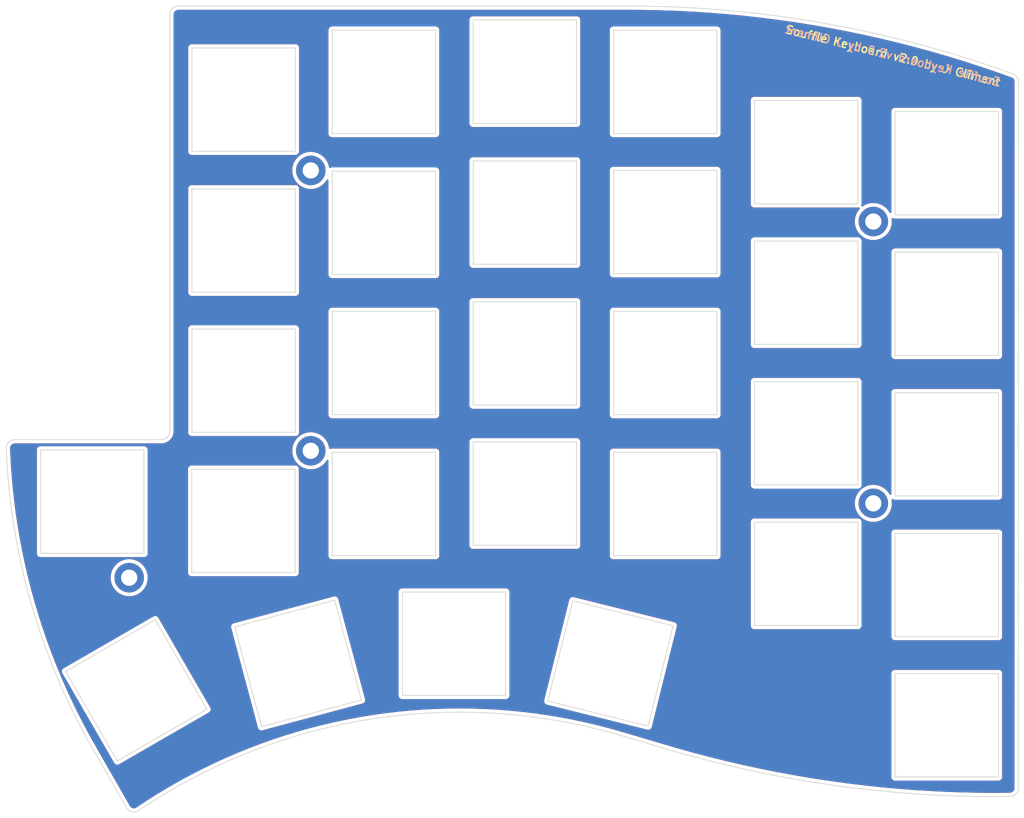
<source format=kicad_pcb>
(kicad_pcb (version 20211014) (generator pcbnew)
  (layers (0 "F.Cu" signal) (31 "B.Cu" signal) (34 "B.Paste" user) (35 "F.Paste" user) (36 "B.SilkS" user "B.Silkscreen") (37 "F.SilkS" user "F.Silkscreen") (38 "B.Mask" user) (39 "F.Mask" user) (44 "Edge.Cuts" user))
  (net 0 "")
  (footprint "SofleKeyboard-footprint:M2_HOLE_PCB" (layer "F.Cu") (at 90.634 110.273139)
    (fp_text reference "TH2" hide)
    (fp_text value "HOLE" hide)
    (pad "" thru_hole circle locked (at 0 0) (size 4 4) (drill 2.2) (layers *.Cu *.Mask "Dwgs.User"))
  )
  (footprint "SofleKeyboard-footprint:M2_HOLE_PCB" (layer "F.Cu") (at 191.434 61.998139)
    (fp_text reference "TH2" hide)
    (fp_text value "HOLE" hide)
    (pad "" thru_hole circle locked (at 0 0) (size 4 4) (drill 2.2) (layers *.Cu *.Mask "Dwgs.User"))
  )
  (footprint "SofleKeyboard-footprint:M2_HOLE_PCB" (layer "F.Cu") (at 191.434 100.198139)
    (fp_text reference "TH2" hide)
    (fp_text value "HOLE" hide)
    (pad "" thru_hole circle locked (at 0 0) (size 4 4) (drill 2.2) (layers *.Cu *.Mask "Dwgs.User"))
  )
  (footprint "SofleKeyboard-footprint:M2_HOLE_PCB" (layer "F.Cu") (at 115.234 93.073139)
    (fp_text reference "TH2" hide)
    (fp_text value "HOLE" hide)
    (pad "" thru_hole circle locked (at 0 0) (size 4 4) (drill 2.2) (layers *.Cu *.Mask "Dwgs.User"))
  )
  (footprint "SofleKeyboard-footprint:M2_HOLE_PCB" (layer "F.Cu") (at 115.234 55.073139)
    (fp_text reference "TH2" hide)
    (fp_text value "HOLE" hide)
    (pad "" thru_hole circle locked (at 0 0) (size 4 4) (drill 2.2) (layers *.Cu *.Mask "Dwgs.User"))
  )
  (gr_line (start 90.40507 141.641469) (end 90.283386 141.469069) (layer "Edge.Cuts") (width 0.1))
  (gr_line (start 150.73252 113.407615) (end 164.31666 116.794521) (layer "Edge.Cuts") (width 0.1))
  (gr_line (start 189.334 102.748139) (end 189.334 116.748139) (layer "Edge.Cuts") (width 0.1))
  (gr_line (start 210.019191 139.917143) (end 209.7636 139.935639) (layer "Edge.Cuts") (width 0.1))
  (gr_line (start 210.437331 139.801743) (end 210.236601 139.878543) (layer "Edge.Cuts") (width 0.1))
  (gr_line (start 104.940786 116.943392) (end 118.463747 113.319925) (layer "Edge.Cuts") (width 0.1))
  (gr_line (start 210.917881 42.466614) (end 211.004281 42.647479) (layer "Edge.Cuts") (width 0.1))
  (gr_line (start 137.234 48.683139) (end 137.234 34.683139) (layer "Edge.Cuts") (width 0.1))
  (gr_line (start 91.506976 142.022919) (end 91.302308 142.045119) (layer "Edge.Cuts") (width 0.1))
  (gr_line (start 122.087214 126.842886) (end 108.564253 130.466353) (layer "Edge.Cuts") (width 0.1))
  (gr_line (start 137.234 53.783139) (end 151.234 53.783139) (layer "Edge.Cuts") (width 0.1))
  (gr_line (start 95.938924 91.059267) (end 95.798255 91.229763) (layer "Edge.Cuts") (width 0.1))
  (gr_line (start 156.234 107.273139) (end 156.234 93.273139) (layer "Edge.Cuts") (width 0.1))
  (gr_line (start 211.004281 42.647479) (end 211.058381 42.843378) (layer "Edge.Cuts") (width 0.1))
  (gr_line (start 175.334 45.598139) (end 189.334 45.598139) (layer "Edge.Cuts") (width 0.1))
  (gr_line (start 113.113344 95.567373) (end 113.113344 109.567373) (layer "Edge.Cuts") (width 0.1))
  (gr_line (start 127.634 126.223139) (end 127.634 112.223139) (layer "Edge.Cuts") (width 0.1))
  (gr_line (start 99.113344 95.567373) (end 113.113344 95.567373) (layer "Edge.Cuts") (width 0.1))
  (gr_line (start 211.0717 138.779939) (end 211.057881 138.988205) (layer "Edge.Cuts") (width 0.1))
  (gr_line (start 175.334 102.748139) (end 189.334 102.748139) (layer "Edge.Cuts") (width 0.1))
  (gr_line (start 175.334 116.748139) (end 175.334 102.748139) (layer "Edge.Cuts") (width 0.1))
  (gr_line (start 175.334 64.648139) (end 189.334 64.648139) (layer "Edge.Cuts") (width 0.1))
  (gr_line (start 194.384 66.148139) (end 208.384 66.148139) (layer "Edge.Cuts") (width 0.1))
  (gr_line (start 170.234 88.173139) (end 156.234 88.173139) (layer "Edge.Cuts") (width 0.1))
  (gr_line (start 194.384 85.198139) (end 208.384 85.198139) (layer "Edge.Cuts") (width 0.1))
  (gr_line (start 210.997481 139.194474) (end 210.901481 139.383074) (layer "Edge.Cuts") (width 0.1))
  (gr_line (start 151.234 105.873139) (end 137.234 105.873139) (layer "Edge.Cuts") (width 0.1))
  (gr_line (start 90.283386 141.469069) (end 85.872 133.769139) (layer "Edge.Cuts") (width 0.1))
  (gr_line (start 113.113344 109.567373) (end 99.113344 109.567373) (layer "Edge.Cuts") (width 0.1))
  (gr_line (start 189.334 116.748139) (end 175.334 116.748139) (layer "Edge.Cuts") (width 0.1))
  (gr_line (start 170.234 69.073139) (end 156.234 69.073139) (layer "Edge.Cuts") (width 0.1))
  (gr_line (start 208.384 99.198139) (end 194.384 99.198139) (layer "Edge.Cuts") (width 0.1))
  (gr_line (start 210.660621 42.164407) (end 210.802321 42.304389) (layer "Edge.Cuts") (width 0.1))
  (gr_line (start 137.234 105.873139) (end 137.234 91.873139) (layer "Edge.Cuts") (width 0.1))
  (gr_line (start 74.075977 92.270718) (end 74.18219 92.075031) (layer "Edge.Cuts") (width 0.1))
  (gr_line (start 151.234 91.873139) (end 151.234 105.873139) (layer "Edge.Cuts") (width 0.1))
  (gr_line (start 91.709202 141.962619) (end 91.881794 141.860999) (layer "Edge.Cuts") (width 0.1))
  (gr_line (start 160.929754 130.378661) (end 147.345614 126.991755) (layer "Edge.Cuts") (width 0.1))
  (gr_line (start 210.802321 42.304389) (end 210.917881 42.466614) (layer "Edge.Cuts") (width 0.1))
  (gr_line (start 137.234 86.873139) (end 137.234 72.873139) (layer "Edge.Cuts") (width 0.1))
  (gr_line (start 113.134 52.473139) (end 99.134 52.473139) (layer "Edge.Cuts") (width 0.1))
  (gr_line (start 113.134 57.573139) (end 113.134 71.573139) (layer "Edge.Cuts") (width 0.1))
  (gr_line (start 96.836436 32.889084) (end 97.05268 32.821954) (layer "Edge.Cuts") (width 0.1))
  (gr_line (start 90.720149 141.899419) (end 90.552207 141.785459) (layer "Edge.Cuts") (width 0.1))
  (gr_line (start 164.358 133.769139) (end 157.5 131.737139) (layer "Edge.Cuts") (width 0.1))
  (gr_line (start 75.137453 91.567109) (end 94.983661 91.567189) (layer "Edge.Cuts") (width 0.1))
  (gr_line (start 208.384 61.098139) (end 194.384 61.098139) (layer "Edge.Cuts") (width 0.1))
  (gr_line (start 94.156178 115.980961) (end 101.156178 128.105317) (layer "Edge.Cuts") (width 0.1))
  (gr_line (start 194.384 80.148139) (end 194.384 66.148139) (layer "Edge.Cuts") (width 0.1))
  (gr_line (start 99.134 90.573139) (end 99.134 76.573139) (layer "Edge.Cuts") (width 0.1))
  (gr_line (start 189.334 64.648139) (end 189.334 78.648139) (layer "Edge.Cuts") (width 0.1))
  (gr_line (start 91.302308 142.045119) (end 91.099848 142.030819) (layer "Edge.Cuts") (width 0.1))
  (gr_line (start 175.334 59.598139) (end 175.334 45.598139) (layer "Edge.Cuts") (width 0.1))
  (gr_line (start 137.234 91.873139) (end 151.234 91.873139) (layer "Edge.Cuts") (width 0.1))
  (gr_line (start 209.7636 139.935639) (end 209.535 139.935639) (layer "Edge.Cuts") (width 0.1))
  (gr_line (start 194.384 137.27154) (end 194.384 123.27154) (layer "Edge.Cuts") (width 0.1))
  (gr_line (start 132.134 74.173139) (end 132.134 88.173139) (layer "Edge.Cuts") (width 0.1))
  (gr_line (start 99.134 57.573139) (end 113.134 57.573139) (layer "Edge.Cuts") (width 0.1))
  (gr_line (start 189.334 78.648139) (end 175.334 78.648139) (layer "Edge.Cuts") (width 0.1))
  (gr_line (start 208.384 118.248139) (end 194.384 118.248139) (layer "Edge.Cuts") (width 0.1))
  (gr_line (start 170.234 93.273139) (end 170.234 107.273139) (layer "Edge.Cuts") (width 0.1))
  (gr_line (start 74.493352 91.763864) (end 74.689036 91.657649) (layer "Edge.Cuts") (width 0.1))
  (gr_line (start 210.617591 139.690824) (end 210.437331 139.801743) (layer "Edge.Cuts") (width 0.1))
  (gr_line (start 208.384 80.148139) (end 194.384 80.148139) (layer "Edge.Cuts") (width 0.1))
  (gr_line (start 113.134 71.573139) (end 99.134 71.573139) (layer "Edge.Cuts") (width 0.1))
  (gr_line (start 74.689036 91.657649) (end 74.90528 91.590519) (layer "Edge.Cuts") (width 0.1))
  (gr_line (start 96.32959 33.306466) (end 96.470259 33.13597) (layer "Edge.Cuts") (width 0.1))
  (gr_line (start 96.135657 90.415159) (end 96.112257 90.647333) (layer "Edge.Cuts") (width 0.1))
  (gr_line (start 151.234 53.783139) (end 151.234 67.783139) (layer "Edge.Cuts") (width 0.1))
  (gr_line (start 132.134 93.273139) (end 132.134 107.273139) (layer "Edge.Cuts") (width 0.1))
  (gr_line (start 156.234 69.073139) (end 156.234 55.073139) (layer "Edge.Cuts") (width 0.1))
  (gr_line (start 164.31666 116.794521) (end 160.929754 130.378661) (layer "Edge.Cuts") (width 0.1))
  (gr_arc (start 85.872 133.769139) (mid 77.405856 113.974668) (end 73.985457 92.719139) (layer "Edge.Cuts") (width 0.1))
  (gr_line (start 147.345614 126.991755) (end 150.73252 113.407615) (layer "Edge.Cuts") (width 0.1))
  (gr_line (start 92.634 106.973139) (end 78.634 106.973139) (layer "Edge.Cuts") (width 0.1))
  (gr_line (start 194.384 123.27154) (end 208.384 123.27154) (layer "Edge.Cuts") (width 0.1))
  (gr_line (start 96.135657 90.415159) (end 96.132857 33.950574) (layer "Edge.Cuts") (width 0.1))
  (gr_line (start 189.334 59.598139) (end 175.334 59.598139) (layer "Edge.Cuts") (width 0.1))
  (gr_line (start 92.634 92.973139) (end 92.634 106.973139) (layer "Edge.Cuts") (width 0.1))
  (gr_line (start 97.05268 32.821954) (end 97.284853 32.798544) (layer "Edge.Cuts") (width 0.1))
  (gr_line (start 170.234 74.173139) (end 170.234 88.173139) (layer "Edge.Cuts") (width 0.1))
  (gr_line (start 118.134 74.173139) (end 132.134 74.173139) (layer "Edge.Cuts") (width 0.1))
  (gr_line (start 210.773571 139.549894) (end 210.617591 139.690824) (layer "Edge.Cuts") (width 0.1))
  (gr_line (start 96.640752 32.995299) (end 96.836436 32.889084) (layer "Edge.Cuts") (width 0.1))
  (gr_line (start 74.90528 91.590519) (end 75.137453 91.567109) (layer "Edge.Cuts") (width 0.1))
  (gr_line (start 170.234 36.073139) (end 170.234 50.073139) (layer "Edge.Cuts") (width 0.1))
  (gr_arc (start 158.008 32.798624) (mid 184.66071 35.105324) (end 210.495871 42.050273) (layer "Edge.Cuts") (width 0.1))
  (gr_line (start 132.134 55.173139) (end 132.134 69.173139) (layer "Edge.Cuts") (width 0.1))
  (gr_line (start 132.134 88.173139) (end 118.134 88.173139) (layer "Edge.Cuts") (width 0.1))
  (gr_line (start 89.031822 135.105317) (end 82.031822 122.980961) (layer "Edge.Cuts") (width 0.1))
  (gr_line (start 170.234 50.073139) (end 156.234 50.073139) (layer "Edge.Cuts") (width 0.1))
  (gr_line (start 99.134 76.573139) (end 113.134 76.573139) (layer "Edge.Cuts") (width 0.1))
  (gr_line (start 96.132857 33.950574) (end 96.156257 33.7184) (layer "Edge.Cuts") (width 0.1))
  (gr_line (start 156.234 50.073139) (end 156.234 36.073139) (layer "Edge.Cuts") (width 0.1))
  (gr_line (start 99.134 52.473139) (end 99.134 38.473139) (layer "Edge.Cuts") (width 0.1))
  (gr_line (start 96.156257 33.7184) (end 96.223377 33.502153) (layer "Edge.Cuts") (width 0.1))
  (gr_line (start 210.236601 139.878543) (end 210.019191 139.917143) (layer "Edge.Cuts") (width 0.1))
  (gr_line (start 175.334 78.648139) (end 175.334 64.648139) (layer "Edge.Cuts") (width 0.1))
  (gr_line (start 151.234 34.683139) (end 151.234 48.683139) (layer "Edge.Cuts") (width 0.1))
  (gr_line (start 118.134 36.073139) (end 132.134 36.073139) (layer "Edge.Cuts") (width 0.1))
  (gr_line (start 208.384 47.098139) (end 208.384 61.098139) (layer "Edge.Cuts") (width 0.1))
  (gr_line (start 151.234 48.683139) (end 137.234 48.683139) (layer "Edge.Cuts") (width 0.1))
  (gr_line (start 210.901481 139.383074) (end 210.773571 139.549894) (layer "Edge.Cuts") (width 0.1))
  (gr_line (start 137.234 34.683139) (end 151.234 34.683139) (layer "Edge.Cuts") (width 0.1))
  (gr_line (start 156.234 74.173139) (end 170.234 74.173139) (layer "Edge.Cuts") (width 0.1))
  (gr_line (start 99.113344 109.567373) (end 99.113344 95.567373) (layer "Edge.Cuts") (width 0.1))
  (gr_line (start 95.432078 91.476649) (end 95.215834 91.543779) (layer "Edge.Cuts") (width 0.1))
  (gr_line (start 151.234 67.783139) (end 137.234 67.783139) (layer "Edge.Cuts") (width 0.1))
  (gr_line (start 118.134 55.173139) (end 132.134 55.173139) (layer "Edge.Cuts") (width 0.1))
  (gr_line (start 99.134 71.573139) (end 99.134 57.573139) (layer "Edge.Cuts") (width 0.1))
  (gr_line (start 113.134 76.573139) (end 113.134 90.573139) (layer "Edge.Cuts") (width 0.1))
  (gr_line (start 95.215834 91.543779) (end 94.983661 91.567189) (layer "Edge.Cuts") (width 0.1))
  (gr_line (start 189.334 45.598139) (end 189.334 59.598139) (layer "Edge.Cuts") (width 0.1))
  (gr_line (start 208.384 104.248139) (end 208.384 118.248139) (layer "Edge.Cuts") (width 0.1))
  (gr_line (start 151.234 86.873139) (end 137.234 86.873139) (layer "Edge.Cuts") (width 0.1))
  (gr_line (start 208.384 137.27154) (end 194.384 137.27154) (layer "Edge.Cuts") (width 0.1))
  (gr_line (start 74.008857 92.486965) (end 74.075977 92.270718) (layer "Edge.Cuts") (width 0.1))
  (gr_line (start 208.384 85.198139) (end 208.384 99.198139) (layer "Edge.Cuts") (width 0.1))
  (gr_line (start 127.634 112.223139) (end 141.634 112.223139) (layer "Edge.Cuts") (width 0.1))
  (gr_line (start 95.627762 91.370434) (end 95.432078 91.476649) (layer "Edge.Cuts") (width 0.1))
  (gr_line (start 113.134 90.573139) (end 99.134 90.573139) (layer "Edge.Cuts") (width 0.1))
  (gr_line (start 96.045137 90.86358) (end 95.938924 91.059267) (layer "Edge.Cuts") (width 0.1))
  (gr_line (start 118.134 107.273139) (end 118.134 93.273139) (layer "Edge.Cuts") (width 0.1))
  (gr_line (start 108.564253 130.466353) (end 104.940786 116.943392) (layer "Edge.Cuts") (width 0.1))
  (gr_line (start 82.031822 122.980961) (end 94.156178 115.980961) (layer "Edge.Cuts") (width 0.1))
  (gr_line (start 151.234 72.873139) (end 151.234 86.873139) (layer "Edge.Cuts") (width 0.1))
  (gr_line (start 99.134 38.473139) (end 113.134 38.473139) (layer "Edge.Cuts") (width 0.1))
  (gr_line (start 156.234 88.173139) (end 156.234 74.173139) (layer "Edge.Cuts") (width 0.1))
  (gr_line (start 91.709202 141.962619) (end 91.506976 142.022919) (layer "Edge.Cuts") (width 0.1))
  (gr_line (start 118.134 93.273139) (end 132.134 93.273139) (layer "Edge.Cuts") (width 0.1))
  (gr_line (start 91.099848 142.030819) (end 90.904246 141.981719) (layer "Edge.Cuts") (width 0.1))
  (gr_line (start 132.134 36.073139) (end 132.134 50.073139) (layer "Edge.Cuts") (width 0.1))
  (gr_line (start 194.384 118.248139) (end 194.384 104.248139) (layer "Edge.Cuts") (width 0.1))
  (gr_line (start 141.634 126.223139) (end 127.634 126.223139) (layer "Edge.Cuts") (width 0.1))
  (gr_line (start 211.058381 42.843378) (end 211.077181 43.050709) (layer "Edge.Cuts") (width 0.1))
  (gr_line (start 194.384 99.198139) (end 194.384 85.198139) (layer "Edge.Cuts") (width 0.1))
  (gr_line (start 170.234 55.073139) (end 170.234 69.073139) (layer "Edge.Cuts") (width 0.1))
  (gr_line (start 211.057881 138.988205) (end 210.997481 139.194474) (layer "Edge.Cuts") (width 0.1))
  (gr_line (start 118.134 88.173139) (end 118.134 74.173139) (layer "Edge.Cuts") (width 0.1))
  (gr_arc (start 91.881794 141.860999) (mid 123.551225 129.412239) (end 157.5 131.737139) (layer "Edge.Cuts") (width 0.1))
  (gr_line (start 137.234 72.873139) (end 151.234 72.873139) (layer "Edge.Cuts") (width 0.1))
  (gr_line (start 194.384 104.248139) (end 208.384 104.248139) (layer "Edge.Cuts") (width 0.1))
  (gr_line (start 189.334 83.698139) (end 189.334 97.698139) (layer "Edge.Cuts") (width 0.1))
  (gr_line (start 118.463747 113.319925) (end 122.087214 126.842886) (layer "Edge.Cuts") (width 0.1))
  (gr_line (start 97.284853 32.798565) (end 158.008 32.798624) (layer "Edge.Cuts") (width 0.1))
  (gr_line (start 78.634 106.973139) (end 78.634 92.973139) (layer "Edge.Cuts") (width 0.1))
  (gr_line (start 78.634 92.973139) (end 92.634 92.973139) (layer "Edge.Cuts") (width 0.1))
  (gr_line (start 101.156178 128.105317) (end 89.031822 135.105317) (layer "Edge.Cuts") (width 0.1))
  (gr_line (start 113.134 38.473139) (end 113.134 52.473139) (layer "Edge.Cuts") (width 0.1))
  (gr_line (start 194.384 47.098139) (end 208.384 47.098139) (layer "Edge.Cuts") (width 0.1))
  (gr_line (start 170.234 107.273139) (end 156.234 107.273139) (layer "Edge.Cuts") (width 0.1))
  (gr_line (start 96.112257 90.647333) (end 96.045137 90.86358) (layer "Edge.Cuts") (width 0.1))
  (gr_line (start 90.904246 141.981719) (end 90.720149 141.899419) (layer "Edge.Cuts") (width 0.1))
  (gr_line (start 118.134 50.073139) (end 118.134 36.073139) (layer "Edge.Cuts") (width 0.1))
  (gr_line (start 194.384 61.098139) (end 194.384 47.098139) (layer "Edge.Cuts") (width 0.1))
  (gr_line (start 175.334 83.698139) (end 189.334 83.698139) (layer "Edge.Cuts") (width 0.1))
  (gr_line (start 210.495871 42.050273) (end 210.660621 42.164407) (layer "Edge.Cuts") (width 0.1))
  (gr_line (start 208.384 123.27154) (end 208.384 137.27154) (layer "Edge.Cuts") (width 0.1))
  (gr_line (start 74.18219 92.075031) (end 74.322859 91.904535) (layer "Edge.Cuts") (width 0.1))
  (gr_line (start 189.334 97.698139) (end 175.334 97.698139) (layer "Edge.Cuts") (width 0.1))
  (gr_line (start 132.134 69.173139) (end 118.134 69.173139) (layer "Edge.Cuts") (width 0.1))
  (gr_line (start 132.134 107.273139) (end 118.134 107.273139) (layer "Edge.Cuts") (width 0.1))
  (gr_line (start 175.334 97.698139) (end 175.334 83.698139) (layer "Edge.Cuts") (width 0.1))
  (gr_line (start 95.798255 91.229763) (end 95.627762 91.370434) (layer "Edge.Cuts") (width 0.1))
  (gr_line (start 208.384 66.148139) (end 208.384 80.148139) (layer "Edge.Cuts") (width 0.1))
  (gr_line (start 156.234 36.073139) (end 170.234 36.073139) (layer "Edge.Cuts") (width 0.1))
  (gr_line (start 118.134 69.173139) (end 118.134 55.173139) (layer "Edge.Cuts") (width 0.1))
  (gr_line (start 96.470259 33.13597) (end 96.640752 32.995299) (layer "Edge.Cuts") (width 0.1))
  (gr_line (start 141.634 112.223139) (end 141.634 126.223139) (layer "Edge.Cuts") (width 0.1))
  (gr_line (start 74.322859 91.904535) (end 74.493352 91.763864) (layer "Edge.Cuts") (width 0.1))
  (gr_line (start 211.077181 43.050709) (end 211.0717 138.779939) (layer "Edge.Cuts") (width 0.1))
  (gr_line (start 156.234 93.273139) (end 170.234 93.273139) (layer "Edge.Cuts") (width 0.1))
  (gr_line (start 156.234 55.073139) (end 170.234 55.073139) (layer "Edge.Cuts") (width 0.1))
  (gr_arc (start 209.535 139.935639) (mid 186.721075 138.503894) (end 164.358 133.769139) (layer "Edge.Cuts") (width 0.1))
  (gr_line (start 90.552207 141.785459) (end 90.40507 141.641469) (layer "Edge.Cuts") (width 0.1))
  (gr_line (start 132.134 50.073139) (end 118.134 50.073139) (layer "Edge.Cuts") (width 0.1))
  (gr_line (start 73.985457 92.719139) (end 74.008857 92.486965) (layer "Edge.Cuts") (width 0.1))
  (gr_line (start 137.234 67.783139) (end 137.234 53.783139) (layer "Edge.Cuts") (width 0.1))
  (gr_line (start 96.223377 33.502153) (end 96.32959 33.306466) (layer "Edge.Cuts") (width 0.1))
  (gr_text "Soufflé Keyboard v2.0 by J Climent" (at 194.076 39.535139 -14) (layer "B.SilkS") (effects (font (size 1.1 1.1) (thickness 0.2)) (justify mirror)))
  (gr_text "Soufflé Keyboard v2.0 by J Climent\n" (at 194.076 39.535139 -14) (layer "F.SilkS") (effects (font (size 1.1 1.1) (thickness 0.2))))
  (zone (net 0) (net_name "") (layers F&B.Cu) (connect_pads (clearance 0.508)) (min_thickness 0.254) (fill yes (thermal_gap 0.508) (thermal_bridge_width 0.508))
    (polygon (pts (xy 73.434 112.073139) (xy 90.534 142.873139) (xy 125.734 128.973139) (xy 143.934 128.873139) (xy 161.8465 132.791889) (xy 191.21525 142.316889) (xy 211.85275 142.316889) (xy 211.534 116.973139) (xy 211.634 38.273139) (xy 171.534 31.973139) (xy 73.134 32.273139) (xy 73.334 112.073139)))
  )
)
</source>
